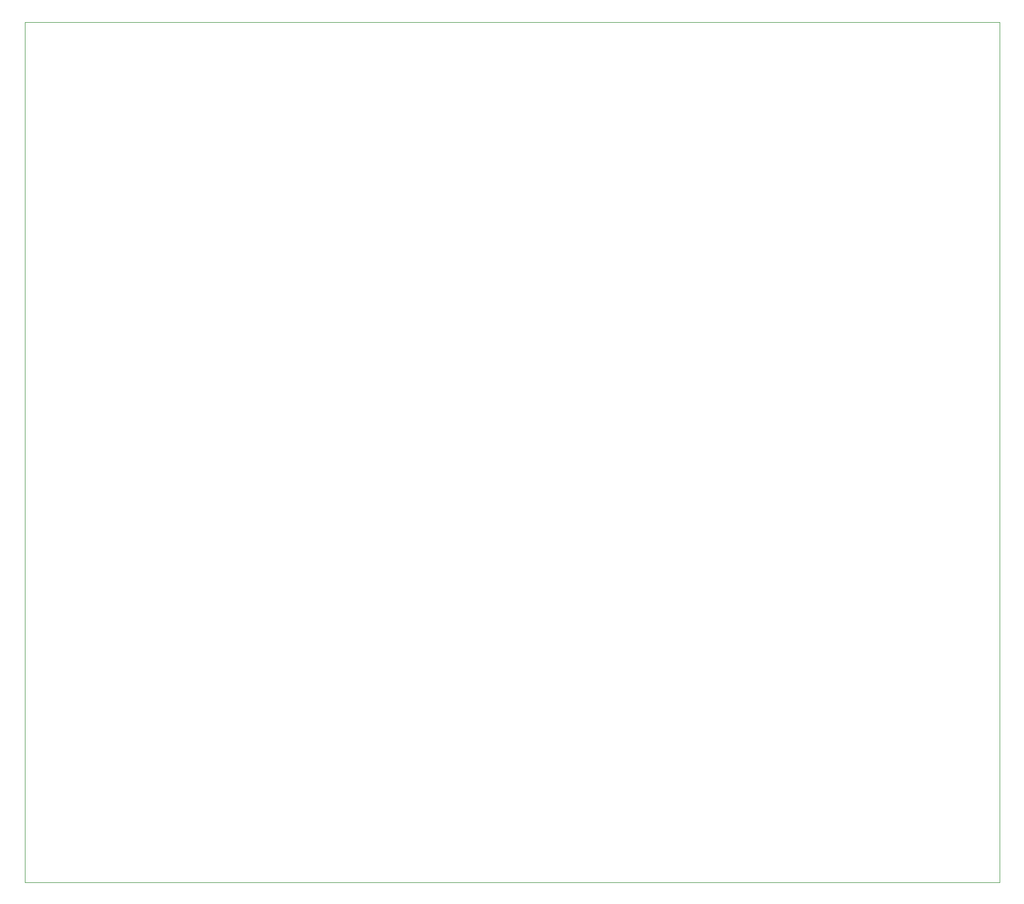
<source format=gbr>
%TF.GenerationSoftware,KiCad,Pcbnew,7.0.10*%
%TF.CreationDate,2024-07-04T23:25:59-06:00*%
%TF.ProjectId,ESP32WROOM30PIN_CARRIER_BOARD_KELLA,45535033-3257-4524-9f4f-4d333050494e,rev?*%
%TF.SameCoordinates,Original*%
%TF.FileFunction,Profile,NP*%
%FSLAX46Y46*%
G04 Gerber Fmt 4.6, Leading zero omitted, Abs format (unit mm)*
G04 Created by KiCad (PCBNEW 7.0.10) date 2024-07-04 23:25:59*
%MOMM*%
%LPD*%
G01*
G04 APERTURE LIST*
%TA.AperFunction,Profile*%
%ADD10C,0.100000*%
%TD*%
G04 APERTURE END LIST*
D10*
X20320000Y-20320000D02*
X172720000Y-20320000D01*
X172720000Y-154940000D01*
X20320000Y-154940000D01*
X20320000Y-20320000D01*
M02*

</source>
